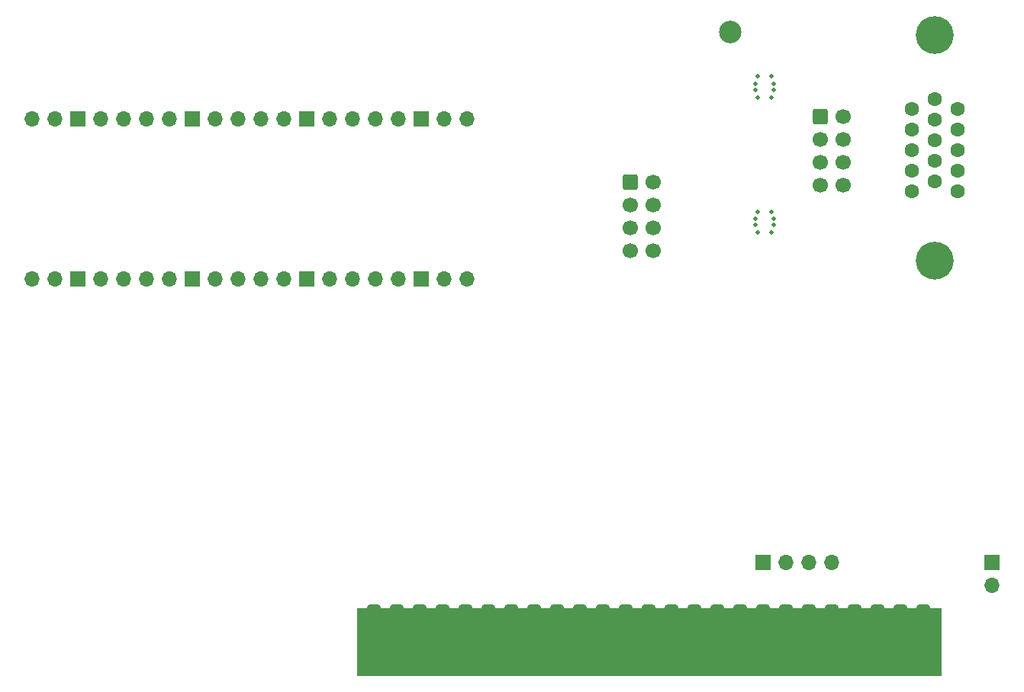
<source format=gbr>
%TF.GenerationSoftware,KiCad,Pcbnew,7.0.10-1.fc39*%
%TF.CreationDate,2024-01-28T21:12:05+02:00*%
%TF.ProjectId,AppleVGA,4170706c-6556-4474-912e-6b696361645f,B*%
%TF.SameCoordinates,Original*%
%TF.FileFunction,Soldermask,Bot*%
%TF.FilePolarity,Negative*%
%FSLAX46Y46*%
G04 Gerber Fmt 4.6, Leading zero omitted, Abs format (unit mm)*
G04 Created by KiCad (PCBNEW 7.0.10-1.fc39) date 2024-01-28 21:12:05*
%MOMM*%
%LPD*%
G01*
G04 APERTURE LIST*
G04 Aperture macros list*
%AMRoundRect*
0 Rectangle with rounded corners*
0 $1 Rounding radius*
0 $2 $3 $4 $5 $6 $7 $8 $9 X,Y pos of 4 corners*
0 Add a 4 corners polygon primitive as box body*
4,1,4,$2,$3,$4,$5,$6,$7,$8,$9,$2,$3,0*
0 Add four circle primitives for the rounded corners*
1,1,$1+$1,$2,$3*
1,1,$1+$1,$4,$5*
1,1,$1+$1,$6,$7*
1,1,$1+$1,$8,$9*
0 Add four rect primitives between the rounded corners*
20,1,$1+$1,$2,$3,$4,$5,0*
20,1,$1+$1,$4,$5,$6,$7,0*
20,1,$1+$1,$6,$7,$8,$9,0*
20,1,$1+$1,$8,$9,$2,$3,0*%
G04 Aperture macros list end*
%ADD10C,0.050000*%
%ADD11C,0.500000*%
%ADD12C,4.200000*%
%ADD13C,1.600000*%
%ADD14RoundRect,0.250000X-0.600000X-0.600000X0.600000X-0.600000X0.600000X0.600000X-0.600000X0.600000X0*%
%ADD15C,1.700000*%
%ADD16RoundRect,0.381000X0.381000X3.175000X-0.381000X3.175000X-0.381000X-3.175000X0.381000X-3.175000X0*%
%ADD17O,1.700000X1.700000*%
%ADD18R,1.700000X1.700000*%
%ADD19C,2.500000*%
G04 APERTURE END LIST*
D10*
%TO.C,J1*%
X120015000Y-133350000D02*
X184785000Y-133350000D01*
X184785000Y-133350000D02*
X184785000Y-140843000D01*
X184785000Y-140843000D02*
X120015000Y-140843000D01*
X120015000Y-140843000D02*
X120015000Y-133350000D01*
G36*
X120015000Y-133350000D02*
G01*
X184785000Y-133350000D01*
X184785000Y-140843000D01*
X120015000Y-140843000D01*
X120015000Y-133350000D01*
G37*
%TD*%
D11*
%TO.C,mouse-bite-1mm-slot*%
X166002400Y-74323528D03*
X164502400Y-74323528D03*
X166252400Y-75123528D03*
X164252400Y-75123528D03*
X166252400Y-75823528D03*
X164252400Y-75823528D03*
X166002400Y-76623528D03*
X164502400Y-76623528D03*
%TD*%
%TO.C,mouse-bite-1mm-slot*%
X164518400Y-91619200D03*
X166018400Y-91619200D03*
X164268400Y-90819200D03*
X166268400Y-90819200D03*
X164268400Y-90119200D03*
X166268400Y-90119200D03*
X164518400Y-89319200D03*
X166018400Y-89319200D03*
%TD*%
D12*
%TO.C,J4*%
X184099200Y-94748400D03*
X184099200Y-69748400D03*
D13*
X181559200Y-77930400D03*
X181559200Y-80216400D03*
X181559200Y-82502400D03*
X181559200Y-84788400D03*
X181559200Y-87074400D03*
X184099200Y-76787400D03*
X184099200Y-79073400D03*
X184099200Y-81359400D03*
X184099200Y-83645400D03*
X184099200Y-85931400D03*
X186639200Y-77930400D03*
X186639200Y-80216400D03*
X186639200Y-82502400D03*
X186639200Y-84788400D03*
X186639200Y-87074400D03*
%TD*%
D14*
%TO.C,J3*%
X171450000Y-78740000D03*
D15*
X173990000Y-78740000D03*
X171450000Y-81280000D03*
X173990000Y-81280000D03*
X171450000Y-83820000D03*
X173990000Y-83820000D03*
X171450000Y-86360000D03*
X173990000Y-86360000D03*
%TD*%
D16*
%TO.C,J1*%
X182880000Y-136525000D03*
X180340000Y-136525000D03*
X177800000Y-136525000D03*
X175260000Y-136525000D03*
X172720000Y-136525000D03*
X170180000Y-136525000D03*
X167640000Y-136525000D03*
X165100000Y-136525000D03*
X162560000Y-136525000D03*
X160020000Y-136525000D03*
X157480000Y-136525000D03*
X154940000Y-136525000D03*
X152400000Y-136525000D03*
X149860000Y-136525000D03*
X147320000Y-136525000D03*
X144780000Y-136525000D03*
X142240000Y-136525000D03*
X139700000Y-136525000D03*
X137160000Y-136525000D03*
X134620000Y-136525000D03*
X132080000Y-136525000D03*
X129540000Y-136525000D03*
X127000000Y-136525000D03*
X124460000Y-136525000D03*
X121920000Y-136525000D03*
%TD*%
D17*
%TO.C,U6*%
X83972400Y-96824800D03*
X86512400Y-96824800D03*
D18*
X89052400Y-96824800D03*
D17*
X91592400Y-96824800D03*
X94132400Y-96824800D03*
X96672400Y-96824800D03*
X99212400Y-96824800D03*
D18*
X101752400Y-96824800D03*
D17*
X104292400Y-96824800D03*
X106832400Y-96824800D03*
X109372400Y-96824800D03*
X111912400Y-96824800D03*
D18*
X114452400Y-96824800D03*
D17*
X116992400Y-96824800D03*
X119532400Y-96824800D03*
X122072400Y-96824800D03*
X124612400Y-96824800D03*
D18*
X127152400Y-96824800D03*
D17*
X129692400Y-96824800D03*
X132232400Y-96824800D03*
X132232400Y-79044800D03*
X129692400Y-79044800D03*
D18*
X127152400Y-79044800D03*
D17*
X124612400Y-79044800D03*
X122072400Y-79044800D03*
X119532400Y-79044800D03*
X116992400Y-79044800D03*
D18*
X114452400Y-79044800D03*
D17*
X111912400Y-79044800D03*
X109372400Y-79044800D03*
X106832400Y-79044800D03*
X104292400Y-79044800D03*
D18*
X101752400Y-79044800D03*
D17*
X99212400Y-79044800D03*
X96672400Y-79044800D03*
X94132400Y-79044800D03*
X91592400Y-79044800D03*
D18*
X89052400Y-79044800D03*
D17*
X86512400Y-79044800D03*
X83972400Y-79044800D03*
%TD*%
D14*
%TO.C,J2*%
X150317200Y-86029800D03*
D15*
X152857200Y-86029800D03*
X150317200Y-88569800D03*
X152857200Y-88569800D03*
X150317200Y-91109800D03*
X152857200Y-91109800D03*
X150317200Y-93649800D03*
X152857200Y-93649800D03*
%TD*%
D18*
%TO.C,TP1*%
X190500000Y-128270000D03*
D17*
X190500000Y-130810000D03*
%TD*%
D18*
%TO.C,TP2*%
X165100000Y-128270000D03*
D17*
X167640000Y-128270000D03*
X170180000Y-128270000D03*
X172720000Y-128270000D03*
%TD*%
D19*
%TO.C,REF\u002A\u002A*%
X161417000Y-69392800D03*
%TD*%
M02*

</source>
